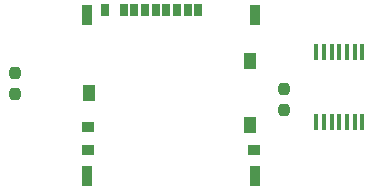
<source format=gtp>
G04 #@! TF.GenerationSoftware,KiCad,Pcbnew,(6.0.1-0)*
G04 #@! TF.CreationDate,2022-03-11T23:13:55+01:00*
G04 #@! TF.ProjectId,SDshield,53447368-6965-46c6-942e-6b696361645f,rev?*
G04 #@! TF.SameCoordinates,Original*
G04 #@! TF.FileFunction,Paste,Top*
G04 #@! TF.FilePolarity,Positive*
%FSLAX46Y46*%
G04 Gerber Fmt 4.6, Leading zero omitted, Abs format (unit mm)*
G04 Created by KiCad (PCBNEW (6.0.1-0)) date 2022-03-11 23:13:55*
%MOMM*%
%LPD*%
G01*
G04 APERTURE LIST*
G04 Aperture macros list*
%AMRoundRect*
0 Rectangle with rounded corners*
0 $1 Rounding radius*
0 $2 $3 $4 $5 $6 $7 $8 $9 X,Y pos of 4 corners*
0 Add a 4 corners polygon primitive as box body*
4,1,4,$2,$3,$4,$5,$6,$7,$8,$9,$2,$3,0*
0 Add four circle primitives for the rounded corners*
1,1,$1+$1,$2,$3*
1,1,$1+$1,$4,$5*
1,1,$1+$1,$6,$7*
1,1,$1+$1,$8,$9*
0 Add four rect primitives between the rounded corners*
20,1,$1+$1,$2,$3,$4,$5,0*
20,1,$1+$1,$4,$5,$6,$7,0*
20,1,$1+$1,$6,$7,$8,$9,0*
20,1,$1+$1,$8,$9,$2,$3,0*%
G04 Aperture macros list end*
%ADD10RoundRect,0.237500X-0.237500X0.250000X-0.237500X-0.250000X0.237500X-0.250000X0.237500X0.250000X0*%
%ADD11R,0.650000X1.000000*%
%ADD12R,1.130000X1.400000*%
%ADD13R,0.900000X1.700000*%
%ADD14R,1.000000X0.850000*%
%ADD15R,0.450000X1.450000*%
G04 APERTURE END LIST*
D10*
X136500000Y-87587500D03*
X136500000Y-89412500D03*
D11*
X152046000Y-82317000D03*
X151146000Y-82317000D03*
X150246000Y-82317000D03*
X149346000Y-82317000D03*
X148446000Y-82317000D03*
X147546000Y-82317000D03*
X146646000Y-82317000D03*
X145746000Y-82317000D03*
X144176000Y-82317000D03*
D12*
X142811000Y-89267000D03*
D13*
X142596000Y-82667000D03*
D14*
X142746000Y-92217000D03*
X142746000Y-94147000D03*
D13*
X142596000Y-96367000D03*
X156896000Y-96367000D03*
D14*
X156746000Y-94147000D03*
D12*
X156426000Y-92017000D03*
X156426000Y-86567000D03*
D13*
X156896000Y-82667000D03*
D15*
X162050000Y-91750000D03*
X162700000Y-91750000D03*
X163350000Y-91750000D03*
X164000000Y-91750000D03*
X164650000Y-91750000D03*
X165300000Y-91750000D03*
X165950000Y-91750000D03*
X165950000Y-85850000D03*
X165300000Y-85850000D03*
X164650000Y-85850000D03*
X164000000Y-85850000D03*
X163350000Y-85850000D03*
X162700000Y-85850000D03*
X162050000Y-85850000D03*
D10*
X159310000Y-88930000D03*
X159310000Y-90755000D03*
M02*

</source>
